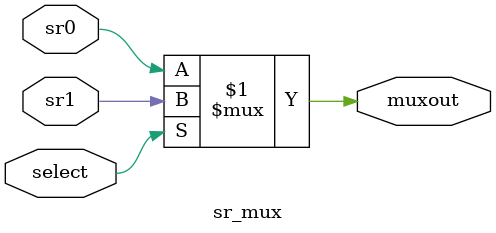
<source format=sv>

module sr_mux
	(
	input wire select,
	input wire sr0,
	input wire sr1,
	output wire muxout
	);

	assign muxout = (select) ? sr1 : sr0;
	
endmodule

</source>
